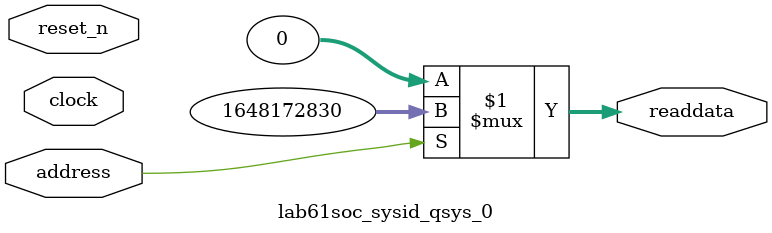
<source format=v>



// synthesis translate_off
`timescale 1ns / 1ps
// synthesis translate_on

// turn off superfluous verilog processor warnings 
// altera message_level Level1 
// altera message_off 10034 10035 10036 10037 10230 10240 10030 

module lab61soc_sysid_qsys_0 (
               // inputs:
                address,
                clock,
                reset_n,

               // outputs:
                readdata
             )
;

  output  [ 31: 0] readdata;
  input            address;
  input            clock;
  input            reset_n;

  wire    [ 31: 0] readdata;
  //control_slave, which is an e_avalon_slave
  assign readdata = address ? 1648172830 : 0;

endmodule



</source>
